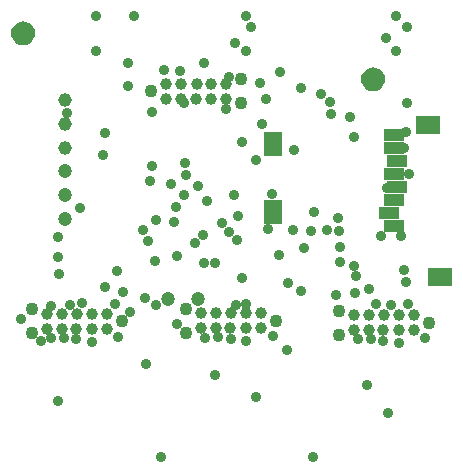
<source format=gbs>
%FSTAX23Y23*%
%MOMM*%
%SFA1B1*%

%IPPOS*%
%AMD54*
4,1,8,0.000000,0.609600,0.000000,0.609600,-0.609600,0.000000,-0.609600,0.000000,0.000000,-0.609600,0.000000,-0.609600,0.609600,0.000000,0.609600,0.000000,0.000000,0.609600,0.0*
1,1,1.219200,0.000000,0.000000*
1,1,1.219200,0.000000,0.000000*
1,1,1.219200,0.000000,0.000000*
1,1,1.219200,0.000000,0.000000*
%
%ADD37C,0.899998*%
G04~CAMADD=54~8~0.0~0.0~480.0~480.0~240.0~0.0~15~0.0~0.0~0.0~0.0~0~0.0~0.0~0.0~0.0~0~0.0~0.0~0.0~0.0~480.0~480.0*
%ADD54D54*%
%ADD73C,1.103198*%
%ADD74C,0.903198*%
%ADD75C,1.203198*%
%ADD76C,1.153198*%
%ADD77C,0.993198*%
%ADD78R,1.603197X2.003196*%
%ADD79R,1.603197X2.003196*%
%ADD80R,2.103196X1.603197*%
%ADD81R,1.703197X1.003198*%
%LNdatapcb-1*%
%LPD*%
G36*
X-06738Y-05339D02*
Y-0534D01*
X-06482Y-05373*
X-06237Y-05475*
X-06027Y-05637*
X-05865Y-05847*
X-05764Y-06092*
X-05729Y-06355*
X-0573Y-06364*
X-05729Y-06364*
Y-06364*
X-05763Y-06625*
X-05864Y-06868*
X-06024Y-07077*
X-06233Y-07237*
X-06477Y-07338*
X-06738Y-07372*
X-06738*
Y-07371*
X-06746Y-07372*
X-07009Y-07338*
X-07254Y-07236*
X-07465Y-07075*
X-07626Y-06864*
X-07728Y-06619*
X-07761Y-06364*
X-07762Y-06364*
Y-06363*
X-07728Y-06098*
X-07625Y-05851*
X-07462Y-05639*
X-0725Y-05476*
X-07003Y-05374*
X-06738Y-05339*
X-06738Y-05339*
G37*
G36*
X-3637Y-01445D02*
Y-01447D01*
X-36115Y-0148*
X-3587Y-01582*
X-35659Y-01743*
X-35498Y-01954*
X-35396Y-02199*
X-35362Y-02462*
X-35363Y-0247*
X-35362*
X-35362Y-0247*
X-35396Y-02731*
X-35497Y-02975*
X-35657Y-03183*
X-35866Y-03344*
X-36109Y-03444*
X-3637Y-03479*
X-3637*
X-3637Y-03478*
X-36378Y-03479*
X-36642Y-03444*
X-36887Y-03343*
X-37097Y-03181*
X-37259Y-02971*
X-3736Y-02725*
X-37394Y-0247*
X-37395*
Y-0247*
X-3736Y-02205*
X-37258Y-01958*
X-37095Y-01746*
X-36883Y-01583*
X-36636Y-0148*
X-3637Y-01445*
X-3637*
G37*
G54D37*
X-30184Y-00999D03*
Y-03999D03*
X-17484Y-00999D03*
Y-03999D03*
X-04784Y-00999D03*
Y-03999D03*
G54D54*
X-3637Y-0247D03*
X-06738Y-06364D03*
G54D73*
X-28002Y-26846D03*
X-35622Y-2583D03*
Y-27862D03*
X-14949Y-26819D03*
X-22569Y-25803D03*
Y-27835D03*
X-02007Y-26959D03*
X-09627Y-25943D03*
Y-27975D03*
X-17893Y-06343D03*
Y-08375D03*
X-25513Y-07359D03*
G54D74*
X-25942Y-3045D03*
X-14033Y-293D03*
X-20091Y-31382D03*
X-16691Y-33263D03*
X-07241Y-32215D03*
X-33429Y-33607D03*
X-36576Y-26616D03*
X-34861Y-28549D03*
X-25139Y-25496D03*
X-25833Y-20077D03*
X-29408Y-23902D03*
X-27939Y-24383D03*
X-28461Y-2256D03*
X-28589Y-25372D03*
X-26036Y-24852D03*
X-27324Y-26065D03*
X-34029Y-25592D03*
X-34018Y-28252D03*
X-3142Y-25297D03*
X-32408Y-25451D03*
X-24684Y-38366D03*
X-23367Y-27116D03*
X-17489Y-25408D03*
X-18366Y-2543D03*
X-30578Y-28576D03*
X-31866Y-28374D03*
X-28302Y-28143D03*
X-3295Y-28228D03*
X-17525Y-28549D03*
X-18813Y-28348D03*
X-15249Y-28116D03*
X-20965Y-28226D03*
X-19897Y-28202D03*
X-06954Y-28341D03*
X-08022Y-28365D03*
X-03776Y-25422D03*
X-05472Y-34587D03*
X-11835Y-38356D03*
X-02307Y-28256D03*
X-09861Y-24583D03*
X-06503Y-2542D03*
X-05259Y-25444D03*
X-05871Y-28488D03*
X-04583Y-28689D03*
X-08281Y-24465D03*
X-1395Y-23603D03*
X-12841Y-24297D03*
X-04971Y-16494D03*
X-05833Y-17747D03*
X-06099Y-19649D03*
X-03729Y-14405D03*
X-13481Y-19092D03*
X-11961Y-19176D03*
X-09683Y-18098D03*
X-10604Y-19107D03*
X-12578Y-20625D03*
X-1562Y-19049D03*
X-03989Y-10809D03*
X-04142Y-12146D03*
X-05565Y-15591D03*
X-2339Y-17192D03*
X-11782Y-17574D03*
X-14746Y-21255D03*
X-23556Y-18401D03*
X-22605Y-14477D03*
X-23827Y-15196D03*
X-1816Y-17906D03*
X-22732Y-16128D03*
X-21589Y-15366D03*
X-13461Y-12318D03*
X-20827Y-16636D03*
X-19557Y-18541D03*
X-18541Y-16128D03*
X-18264Y-19949D03*
X-18922Y-19303D03*
X-20127Y-21942D03*
X-21051Y-21874D03*
X-21165Y-19501D03*
X-21843Y-20192D03*
X-23323Y-21291D03*
X-25202Y-21746D03*
X-25145Y-18287D03*
X-26238Y-19115D03*
X-29404Y-1094D03*
X-22732Y-08381D03*
X-29575Y-12801D03*
X-17817Y-23211D03*
X-33345Y-22879D03*
X-334Y-19684D03*
X-3339Y-21393D03*
X-09504Y-21867D03*
X-31597Y-17273D03*
X-1666Y-13168D03*
X-18927Y-06195D03*
X-3267Y-09208D03*
X-27468Y-06903D03*
X-27518Y-04936D03*
X-25496Y-13675D03*
X-22641Y-13419D03*
X-25653Y-14985D03*
X-10355Y-08319D03*
X-14638Y-05751D03*
X-1534Y-16045D03*
X-21016Y-04937D03*
X-25444Y-09119D03*
X-11138Y-07609D03*
X-08724Y-09575D03*
X-08373Y-11255D03*
X-07109Y-24149D03*
X-04137Y-22539D03*
X-03936Y-23494D03*
X-08199Y-2302D03*
X-09667Y-19167D03*
X-09524Y-20573D03*
X-26991Y-01007D03*
X-18414Y-03301D03*
X-17062Y-01949D03*
X-05614Y-02902D03*
X-03902Y-01954D03*
X-08351Y-22147D03*
X-19176Y-08889D03*
X-03875Y-08388D03*
X-04418Y-19663D03*
X-23061Y-05663D03*
X-24406Y-05539D03*
X-17803Y-11691D03*
X-16281Y-06663D03*
X-15829Y-08059D03*
X-16128Y-10159D03*
X-12876Y-07114D03*
X-10286Y-0927D03*
G54D75*
X-2411Y-24958D03*
X-2157D03*
X-32799Y-1416D03*
Y-1616D03*
Y-1816D03*
G54D76*
X-32798Y-10152D03*
X-32797Y-08148D03*
X-32799Y-12156D03*
G54D77*
X-34352Y-26211D03*
X-33082D03*
X-34352Y-27481D03*
X-33082D03*
X-29272D03*
Y-26211D03*
X-30542Y-27481D03*
Y-26211D03*
X-31892Y-27481D03*
X-31812Y-26211D03*
X-21299Y-26184D03*
X-20029D03*
X-21299Y-27454D03*
X-20029D03*
X-16219D03*
Y-26184D03*
X-17489Y-27454D03*
Y-26184D03*
X-18839Y-27454D03*
X-18759Y-26184D03*
X-08357Y-26324D03*
X-07087D03*
X-08357Y-27594D03*
X-07087D03*
X-03277D03*
Y-26324D03*
X-04547Y-27594D03*
Y-26324D03*
X-05897Y-27594D03*
X-05817Y-26324D03*
X-21703Y-07994D03*
X-21623Y-06724D03*
X-22973Y-07994D03*
Y-06724D03*
X-24243Y-07994D03*
Y-06724D03*
X-20433D03*
X-19163D03*
X-20433Y-07994D03*
X-19163D03*
G54D78*
X-15255Y-17566D03*
G54D79*
X-15255Y-11866D03*
G54D80*
X-02105Y-10266D03*
X-01105Y-23066D03*
G54D81*
X-04955Y-11056D03*
Y-12156D03*
X-04755Y-13256D03*
X-04955Y-14356D03*
X-04755Y-15456D03*
X-04955Y-16556D03*
X-05355Y-17656D03*
X-04955Y-18756D03*
M02*
</source>
